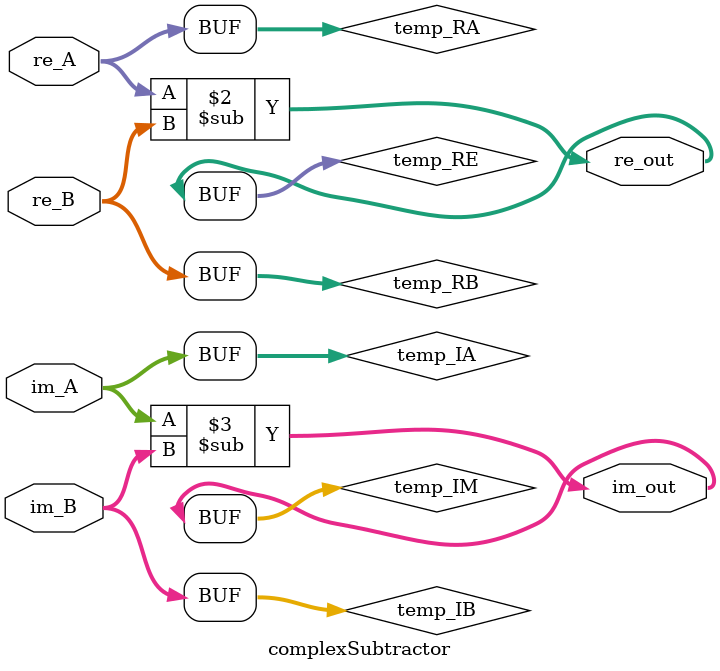
<source format=v>
`timescale 1ns / 1ps
/*	
   ===================================================================
   Module Name  : complex subtractor
      
   Filename     : complexSubtractor.v
   Type         : Verilog Module
   
   Description  : 
                  Complex subtractor with independent buses for real and imaginary parts.
                  Input    :  "DATA_WIDTH" length word in 2's complement representation.
                  Output   :  "DATA_WIDTH" length word in 2's complement representation.
                  
                  Designer must take care of overflow. 
                  We recommend to instantiate a "DATA WIDTH" length subtractor for "DATA WIDTH-1" length inputs.
                  
   -----------------------------------------------------------------------------
   Clocks      : -
   Reset       : -
   Parameters  :   
         NAME                         Comments                                            Default
         -------------------------------------------------------------------------------------------
         DATA_WIDTH              Number of data bits for inputs and outputs               18 
         -------------------------------------------------------------------------------------------
   Version     : 1.0
   Data        : 14 Nov 2018
   Revision    : -
   Reviser     : -		
   ------------------------------------------------------------------------------
      Modification Log "please register all the modifications in this area"
      (D/M/Y)  
      
   ----------------------
   // Instance template
   ----------------------
   complexSubtractor
   #(
      .DATA_WIDTH    ()
   )
   "MODULE_NAME"
   (
       .re_A      (),
       .im_A      (),
       .re_B      (),
       .im_B      (),
       .re_out    (),
       .im_out    ()
   );
*/
module complexSubtractor #(parameter DATA_WIDTH = 18)
(
    input  [DATA_WIDTH-1 : 0] re_A,
	 input  [DATA_WIDTH-1 : 0] im_A,
	 input  [DATA_WIDTH-1 : 0] re_B,
	 input  [DATA_WIDTH-1 : 0] im_B,
    output [DATA_WIDTH-1 : 0] re_out,
	 output [DATA_WIDTH-1 : 0] im_out
);
	
	reg signed [DATA_WIDTH -1: 0] temp_RA;
	reg signed [DATA_WIDTH -1: 0] temp_IA;
	reg signed [DATA_WIDTH -1: 0] temp_RB;
	reg signed [DATA_WIDTH -1: 0] temp_IB;
	
	wire signed [DATA_WIDTH -1: 0] temp_RE;
	wire signed [DATA_WIDTH -1: 0] temp_IM;
	
	always@(re_A, re_B, im_A, im_B)
	begin
		temp_RA = re_A;
		temp_IA = im_A;
		temp_RB = re_B;
		temp_IB = im_B;
	end 
	
	assign temp_RE = temp_RA - temp_RB;
	assign temp_IM = temp_IA - temp_IB;
	
	assign re_out = temp_RE;
	assign im_out = temp_IM;
endmodule

</source>
